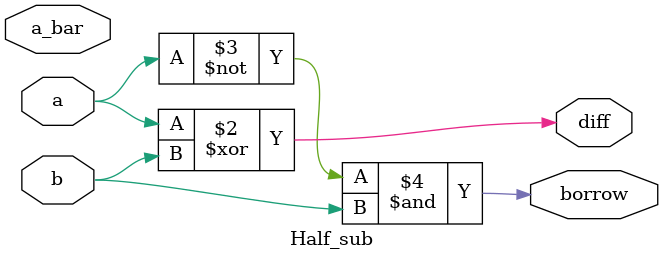
<source format=v>
`timescale 1ns / 1ps


module Half_sub(
input a,b,a_bar,
output reg diff, borrow
    );

/* DATAFLOW MODELLING
assign diff = a^b;
assign borrow = ~a&b;

// STRUCTURAL MODELLING
xor G1 (diff ,a,b);
not G2 (a_bar,a);
and G3 (borrow,b,a_bar);
*/
// BEHAVOURAL MODELLING
always @(*)
begin
diff = a^b;
borrow = ~a&b;
end
endmodule

</source>
